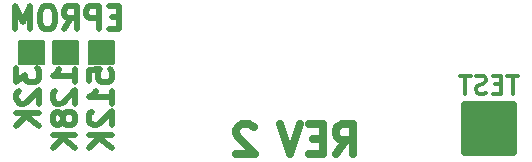
<source format=gbo>
G04 #@! TF.GenerationSoftware,KiCad,Pcbnew,(7.0.0)*
G04 #@! TF.CreationDate,2024-08-20T15:47:20-04:00*
G04 #@! TF.ProjectId,LB-MEM-02,4c422d4d-454d-42d3-9032-2e6b69636164,2*
G04 #@! TF.SameCoordinates,Original*
G04 #@! TF.FileFunction,Legend,Bot*
G04 #@! TF.FilePolarity,Positive*
%FSLAX46Y46*%
G04 Gerber Fmt 4.6, Leading zero omitted, Abs format (unit mm)*
G04 Created by KiCad (PCBNEW (7.0.0)) date 2024-08-20 15:47:20*
%MOMM*%
%LPD*%
G01*
G04 APERTURE LIST*
%ADD10C,0.635000*%
%ADD11C,0.476250*%
%ADD12C,0.304800*%
%ADD13C,0.650000*%
G04 APERTURE END LIST*
D10*
X163315952Y-116376147D02*
X164162619Y-115166623D01*
X164767381Y-116376147D02*
X164767381Y-113836147D01*
X164767381Y-113836147D02*
X163799762Y-113836147D01*
X163799762Y-113836147D02*
X163557857Y-113957100D01*
X163557857Y-113957100D02*
X163436904Y-114078052D01*
X163436904Y-114078052D02*
X163315952Y-114319957D01*
X163315952Y-114319957D02*
X163315952Y-114682814D01*
X163315952Y-114682814D02*
X163436904Y-114924719D01*
X163436904Y-114924719D02*
X163557857Y-115045671D01*
X163557857Y-115045671D02*
X163799762Y-115166623D01*
X163799762Y-115166623D02*
X164767381Y-115166623D01*
X162227381Y-115045671D02*
X161380714Y-115045671D01*
X161017857Y-116376147D02*
X162227381Y-116376147D01*
X162227381Y-116376147D02*
X162227381Y-113836147D01*
X162227381Y-113836147D02*
X161017857Y-113836147D01*
X160292143Y-113836147D02*
X159445476Y-116376147D01*
X159445476Y-116376147D02*
X158598809Y-113836147D01*
X156349095Y-114078052D02*
X156228143Y-113957100D01*
X156228143Y-113957100D02*
X155986238Y-113836147D01*
X155986238Y-113836147D02*
X155381476Y-113836147D01*
X155381476Y-113836147D02*
X155139571Y-113957100D01*
X155139571Y-113957100D02*
X155018619Y-114078052D01*
X155018619Y-114078052D02*
X154897666Y-114319957D01*
X154897666Y-114319957D02*
X154897666Y-114561861D01*
X154897666Y-114561861D02*
X155018619Y-114924719D01*
X155018619Y-114924719D02*
X156470047Y-116376147D01*
X156470047Y-116376147D02*
X154897666Y-116376147D01*
D11*
X144988642Y-104756403D02*
X144353642Y-104756403D01*
X144081499Y-105754260D02*
X144988642Y-105754260D01*
X144988642Y-105754260D02*
X144988642Y-103849260D01*
X144988642Y-103849260D02*
X144081499Y-103849260D01*
X143265071Y-105754260D02*
X143265071Y-103849260D01*
X143265071Y-103849260D02*
X142539357Y-103849260D01*
X142539357Y-103849260D02*
X142357928Y-103939975D01*
X142357928Y-103939975D02*
X142267214Y-104030689D01*
X142267214Y-104030689D02*
X142176500Y-104212117D01*
X142176500Y-104212117D02*
X142176500Y-104484260D01*
X142176500Y-104484260D02*
X142267214Y-104665689D01*
X142267214Y-104665689D02*
X142357928Y-104756403D01*
X142357928Y-104756403D02*
X142539357Y-104847117D01*
X142539357Y-104847117D02*
X143265071Y-104847117D01*
X140271500Y-105754260D02*
X140906500Y-104847117D01*
X141360071Y-105754260D02*
X141360071Y-103849260D01*
X141360071Y-103849260D02*
X140634357Y-103849260D01*
X140634357Y-103849260D02*
X140452928Y-103939975D01*
X140452928Y-103939975D02*
X140362214Y-104030689D01*
X140362214Y-104030689D02*
X140271500Y-104212117D01*
X140271500Y-104212117D02*
X140271500Y-104484260D01*
X140271500Y-104484260D02*
X140362214Y-104665689D01*
X140362214Y-104665689D02*
X140452928Y-104756403D01*
X140452928Y-104756403D02*
X140634357Y-104847117D01*
X140634357Y-104847117D02*
X141360071Y-104847117D01*
X139092214Y-103849260D02*
X138729357Y-103849260D01*
X138729357Y-103849260D02*
X138547928Y-103939975D01*
X138547928Y-103939975D02*
X138366500Y-104121403D01*
X138366500Y-104121403D02*
X138275785Y-104484260D01*
X138275785Y-104484260D02*
X138275785Y-105119260D01*
X138275785Y-105119260D02*
X138366500Y-105482117D01*
X138366500Y-105482117D02*
X138547928Y-105663546D01*
X138547928Y-105663546D02*
X138729357Y-105754260D01*
X138729357Y-105754260D02*
X139092214Y-105754260D01*
X139092214Y-105754260D02*
X139273643Y-105663546D01*
X139273643Y-105663546D02*
X139455071Y-105482117D01*
X139455071Y-105482117D02*
X139545785Y-105119260D01*
X139545785Y-105119260D02*
X139545785Y-104484260D01*
X139545785Y-104484260D02*
X139455071Y-104121403D01*
X139455071Y-104121403D02*
X139273643Y-103939975D01*
X139273643Y-103939975D02*
X139092214Y-103849260D01*
X137459357Y-105754260D02*
X137459357Y-103849260D01*
X137459357Y-103849260D02*
X136824357Y-105209975D01*
X136824357Y-105209975D02*
X136189357Y-103849260D01*
X136189357Y-103849260D02*
X136189357Y-105754260D01*
X136272360Y-109085742D02*
X136272360Y-110265028D01*
X136272360Y-110265028D02*
X136998075Y-109630028D01*
X136998075Y-109630028D02*
X136998075Y-109902171D01*
X136998075Y-109902171D02*
X137088789Y-110083600D01*
X137088789Y-110083600D02*
X137179503Y-110174314D01*
X137179503Y-110174314D02*
X137360932Y-110265028D01*
X137360932Y-110265028D02*
X137814503Y-110265028D01*
X137814503Y-110265028D02*
X137995932Y-110174314D01*
X137995932Y-110174314D02*
X138086646Y-110083600D01*
X138086646Y-110083600D02*
X138177360Y-109902171D01*
X138177360Y-109902171D02*
X138177360Y-109357885D01*
X138177360Y-109357885D02*
X138086646Y-109176457D01*
X138086646Y-109176457D02*
X137995932Y-109085742D01*
X136453789Y-110990743D02*
X136363075Y-111081457D01*
X136363075Y-111081457D02*
X136272360Y-111262886D01*
X136272360Y-111262886D02*
X136272360Y-111716457D01*
X136272360Y-111716457D02*
X136363075Y-111897886D01*
X136363075Y-111897886D02*
X136453789Y-111988600D01*
X136453789Y-111988600D02*
X136635217Y-112079314D01*
X136635217Y-112079314D02*
X136816646Y-112079314D01*
X136816646Y-112079314D02*
X137088789Y-111988600D01*
X137088789Y-111988600D02*
X138177360Y-110900028D01*
X138177360Y-110900028D02*
X138177360Y-112079314D01*
X138177360Y-112895743D02*
X136272360Y-112895743D01*
X138177360Y-113984314D02*
X137088789Y-113167886D01*
X136272360Y-113984314D02*
X137360932Y-112895743D01*
X141263460Y-110265028D02*
X141263460Y-109176457D01*
X141263460Y-109720742D02*
X139358460Y-109720742D01*
X139358460Y-109720742D02*
X139630603Y-109539314D01*
X139630603Y-109539314D02*
X139812032Y-109357885D01*
X139812032Y-109357885D02*
X139902746Y-109176457D01*
X139539889Y-110990743D02*
X139449175Y-111081457D01*
X139449175Y-111081457D02*
X139358460Y-111262886D01*
X139358460Y-111262886D02*
X139358460Y-111716457D01*
X139358460Y-111716457D02*
X139449175Y-111897886D01*
X139449175Y-111897886D02*
X139539889Y-111988600D01*
X139539889Y-111988600D02*
X139721317Y-112079314D01*
X139721317Y-112079314D02*
X139902746Y-112079314D01*
X139902746Y-112079314D02*
X140174889Y-111988600D01*
X140174889Y-111988600D02*
X141263460Y-110900028D01*
X141263460Y-110900028D02*
X141263460Y-112079314D01*
X140174889Y-113167886D02*
X140084175Y-112986457D01*
X140084175Y-112986457D02*
X139993460Y-112895743D01*
X139993460Y-112895743D02*
X139812032Y-112805029D01*
X139812032Y-112805029D02*
X139721317Y-112805029D01*
X139721317Y-112805029D02*
X139539889Y-112895743D01*
X139539889Y-112895743D02*
X139449175Y-112986457D01*
X139449175Y-112986457D02*
X139358460Y-113167886D01*
X139358460Y-113167886D02*
X139358460Y-113530743D01*
X139358460Y-113530743D02*
X139449175Y-113712172D01*
X139449175Y-113712172D02*
X139539889Y-113802886D01*
X139539889Y-113802886D02*
X139721317Y-113893600D01*
X139721317Y-113893600D02*
X139812032Y-113893600D01*
X139812032Y-113893600D02*
X139993460Y-113802886D01*
X139993460Y-113802886D02*
X140084175Y-113712172D01*
X140084175Y-113712172D02*
X140174889Y-113530743D01*
X140174889Y-113530743D02*
X140174889Y-113167886D01*
X140174889Y-113167886D02*
X140265603Y-112986457D01*
X140265603Y-112986457D02*
X140356317Y-112895743D01*
X140356317Y-112895743D02*
X140537746Y-112805029D01*
X140537746Y-112805029D02*
X140900603Y-112805029D01*
X140900603Y-112805029D02*
X141082032Y-112895743D01*
X141082032Y-112895743D02*
X141172746Y-112986457D01*
X141172746Y-112986457D02*
X141263460Y-113167886D01*
X141263460Y-113167886D02*
X141263460Y-113530743D01*
X141263460Y-113530743D02*
X141172746Y-113712172D01*
X141172746Y-113712172D02*
X141082032Y-113802886D01*
X141082032Y-113802886D02*
X140900603Y-113893600D01*
X140900603Y-113893600D02*
X140537746Y-113893600D01*
X140537746Y-113893600D02*
X140356317Y-113802886D01*
X140356317Y-113802886D02*
X140265603Y-113712172D01*
X140265603Y-113712172D02*
X140174889Y-113530743D01*
X141263460Y-114710029D02*
X139358460Y-114710029D01*
X141263460Y-115798600D02*
X140174889Y-114982172D01*
X139358460Y-115798600D02*
X140447032Y-114710029D01*
X142444560Y-110174314D02*
X142444560Y-109267171D01*
X142444560Y-109267171D02*
X143351703Y-109176457D01*
X143351703Y-109176457D02*
X143260989Y-109267171D01*
X143260989Y-109267171D02*
X143170275Y-109448600D01*
X143170275Y-109448600D02*
X143170275Y-109902171D01*
X143170275Y-109902171D02*
X143260989Y-110083600D01*
X143260989Y-110083600D02*
X143351703Y-110174314D01*
X143351703Y-110174314D02*
X143533132Y-110265028D01*
X143533132Y-110265028D02*
X143986703Y-110265028D01*
X143986703Y-110265028D02*
X144168132Y-110174314D01*
X144168132Y-110174314D02*
X144258846Y-110083600D01*
X144258846Y-110083600D02*
X144349560Y-109902171D01*
X144349560Y-109902171D02*
X144349560Y-109448600D01*
X144349560Y-109448600D02*
X144258846Y-109267171D01*
X144258846Y-109267171D02*
X144168132Y-109176457D01*
X144349560Y-112079314D02*
X144349560Y-110990743D01*
X144349560Y-111535028D02*
X142444560Y-111535028D01*
X142444560Y-111535028D02*
X142716703Y-111353600D01*
X142716703Y-111353600D02*
X142898132Y-111172171D01*
X142898132Y-111172171D02*
X142988846Y-110990743D01*
X142625989Y-112805029D02*
X142535275Y-112895743D01*
X142535275Y-112895743D02*
X142444560Y-113077172D01*
X142444560Y-113077172D02*
X142444560Y-113530743D01*
X142444560Y-113530743D02*
X142535275Y-113712172D01*
X142535275Y-113712172D02*
X142625989Y-113802886D01*
X142625989Y-113802886D02*
X142807417Y-113893600D01*
X142807417Y-113893600D02*
X142988846Y-113893600D01*
X142988846Y-113893600D02*
X143260989Y-113802886D01*
X143260989Y-113802886D02*
X144349560Y-112714314D01*
X144349560Y-112714314D02*
X144349560Y-113893600D01*
X144349560Y-114710029D02*
X142444560Y-114710029D01*
X144349560Y-115798600D02*
X143260989Y-114982172D01*
X142444560Y-115798600D02*
X143533132Y-114710029D01*
D12*
X178707143Y-109708895D02*
X177836286Y-109708895D01*
X178271714Y-111232895D02*
X178271714Y-109708895D01*
X177328285Y-110434609D02*
X176820285Y-110434609D01*
X176602571Y-111232895D02*
X177328285Y-111232895D01*
X177328285Y-111232895D02*
X177328285Y-109708895D01*
X177328285Y-109708895D02*
X176602571Y-109708895D01*
X176022000Y-111160324D02*
X175804286Y-111232895D01*
X175804286Y-111232895D02*
X175441428Y-111232895D01*
X175441428Y-111232895D02*
X175296286Y-111160324D01*
X175296286Y-111160324D02*
X175223714Y-111087752D01*
X175223714Y-111087752D02*
X175151143Y-110942609D01*
X175151143Y-110942609D02*
X175151143Y-110797467D01*
X175151143Y-110797467D02*
X175223714Y-110652324D01*
X175223714Y-110652324D02*
X175296286Y-110579752D01*
X175296286Y-110579752D02*
X175441428Y-110507181D01*
X175441428Y-110507181D02*
X175731714Y-110434609D01*
X175731714Y-110434609D02*
X175876857Y-110362038D01*
X175876857Y-110362038D02*
X175949428Y-110289467D01*
X175949428Y-110289467D02*
X176022000Y-110144324D01*
X176022000Y-110144324D02*
X176022000Y-109999181D01*
X176022000Y-109999181D02*
X175949428Y-109854038D01*
X175949428Y-109854038D02*
X175876857Y-109781467D01*
X175876857Y-109781467D02*
X175731714Y-109708895D01*
X175731714Y-109708895D02*
X175368857Y-109708895D01*
X175368857Y-109708895D02*
X175151143Y-109781467D01*
X174715714Y-109708895D02*
X173844857Y-109708895D01*
X174280285Y-111232895D02*
X174280285Y-109708895D01*
D13*
X174276000Y-112173000D02*
X174276000Y-112673000D01*
X174276000Y-112173000D02*
X178276000Y-112173000D01*
X174276000Y-112673000D02*
X178276000Y-112673000D01*
X174276000Y-113173000D02*
X174276000Y-113673000D01*
X174276000Y-113673000D02*
X178276000Y-113673000D01*
X174276000Y-114173000D02*
X174276000Y-114673000D01*
X174276000Y-114673000D02*
X177776000Y-114673000D01*
X174276000Y-115173000D02*
X174276000Y-115673000D01*
X174276000Y-115673000D02*
X178276000Y-115673000D01*
X174276000Y-116173000D02*
X174276000Y-112173000D01*
X177776000Y-114673000D02*
X178276000Y-114673000D01*
X178276000Y-112173000D02*
X178276000Y-116173000D01*
X178276000Y-112673000D02*
X178276000Y-113173000D01*
X178276000Y-113173000D02*
X174276000Y-113173000D01*
X178276000Y-113673000D02*
X178276000Y-114173000D01*
X178276000Y-114173000D02*
X174276000Y-114173000D01*
X178276000Y-114673000D02*
X178276000Y-115173000D01*
X178276000Y-115173000D02*
X174276000Y-115173000D01*
X178276000Y-116173000D02*
X174276000Y-116173000D01*
G36*
X138621000Y-106696881D02*
G01*
X138667119Y-106743000D01*
X138684000Y-106806000D01*
X138684000Y-108662200D01*
X138667119Y-108725200D01*
X138621000Y-108771319D01*
X138558000Y-108788200D01*
X136549400Y-108788200D01*
X136486400Y-108771319D01*
X136440281Y-108725200D01*
X136423400Y-108662200D01*
X136423400Y-106806000D01*
X136440281Y-106743000D01*
X136486400Y-106696881D01*
X136549400Y-106680000D01*
X138558000Y-106680000D01*
X138621000Y-106696881D01*
G37*
G36*
X141516600Y-106696881D02*
G01*
X141562719Y-106743000D01*
X141579600Y-106806000D01*
X141579600Y-108662200D01*
X141562719Y-108725200D01*
X141516600Y-108771319D01*
X141453600Y-108788200D01*
X139445000Y-108788200D01*
X139382000Y-108771319D01*
X139335881Y-108725200D01*
X139319000Y-108662200D01*
X139319000Y-106806000D01*
X139335881Y-106743000D01*
X139382000Y-106696881D01*
X139445000Y-106680000D01*
X141453600Y-106680000D01*
X141516600Y-106696881D01*
G37*
G36*
X144513800Y-106696881D02*
G01*
X144559919Y-106743000D01*
X144576800Y-106806000D01*
X144576800Y-108662200D01*
X144559919Y-108725200D01*
X144513800Y-108771319D01*
X144450800Y-108788200D01*
X142442200Y-108788200D01*
X142379200Y-108771319D01*
X142333081Y-108725200D01*
X142316200Y-108662200D01*
X142316200Y-106806000D01*
X142333081Y-106743000D01*
X142379200Y-106696881D01*
X142442200Y-106680000D01*
X144450800Y-106680000D01*
X144513800Y-106696881D01*
G37*
M02*

</source>
